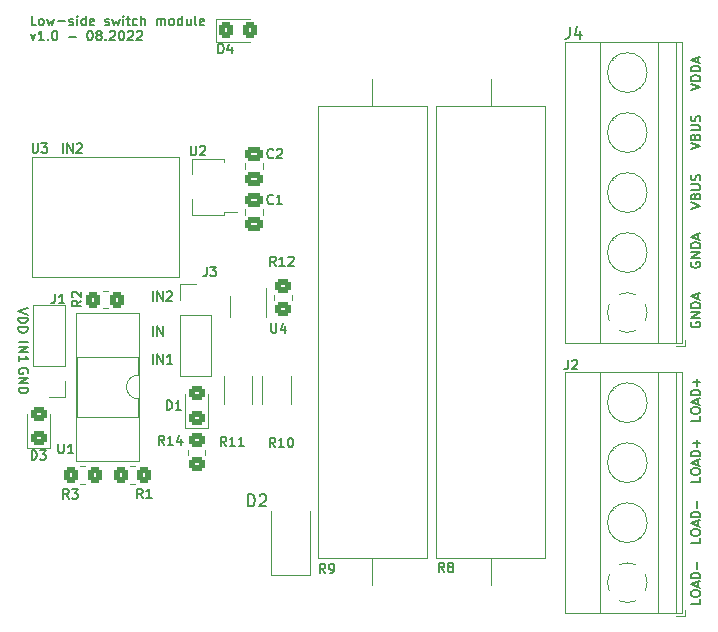
<source format=gto>
G04 #@! TF.GenerationSoftware,KiCad,Pcbnew,(6.0.6)*
G04 #@! TF.CreationDate,2022-08-27T12:11:26+02:00*
G04 #@! TF.ProjectId,switched-load-module,73776974-6368-4656-942d-6c6f61642d6d,rev?*
G04 #@! TF.SameCoordinates,Original*
G04 #@! TF.FileFunction,Legend,Top*
G04 #@! TF.FilePolarity,Positive*
%FSLAX46Y46*%
G04 Gerber Fmt 4.6, Leading zero omitted, Abs format (unit mm)*
G04 Created by KiCad (PCBNEW (6.0.6)) date 2022-08-27 12:11:26*
%MOMM*%
%LPD*%
G01*
G04 APERTURE LIST*
G04 Aperture macros list*
%AMRoundRect*
0 Rectangle with rounded corners*
0 $1 Rounding radius*
0 $2 $3 $4 $5 $6 $7 $8 $9 X,Y pos of 4 corners*
0 Add a 4 corners polygon primitive as box body*
4,1,4,$2,$3,$4,$5,$6,$7,$8,$9,$2,$3,0*
0 Add four circle primitives for the rounded corners*
1,1,$1+$1,$2,$3*
1,1,$1+$1,$4,$5*
1,1,$1+$1,$6,$7*
1,1,$1+$1,$8,$9*
0 Add four rect primitives between the rounded corners*
20,1,$1+$1,$2,$3,$4,$5,0*
20,1,$1+$1,$4,$5,$6,$7,0*
20,1,$1+$1,$6,$7,$8,$9,0*
20,1,$1+$1,$8,$9,$2,$3,0*%
%AMFreePoly0*
4,1,9,3.862500,-0.866500,0.737500,-0.866500,0.737500,-0.450000,-0.737500,-0.450000,-0.737500,0.450000,0.737500,0.450000,0.737500,0.866500,3.862500,0.866500,3.862500,-0.866500,3.862500,-0.866500,$1*%
G04 Aperture macros list end*
%ADD10C,0.200000*%
%ADD11C,0.150000*%
%ADD12C,0.120000*%
%ADD13RoundRect,0.250000X0.450000X-0.350000X0.450000X0.350000X-0.450000X0.350000X-0.450000X-0.350000X0*%
%ADD14R,1.800000X2.500000*%
%ADD15C,1.515000*%
%ADD16RoundRect,0.250000X0.475000X-0.337500X0.475000X0.337500X-0.475000X0.337500X-0.475000X-0.337500X0*%
%ADD17RoundRect,0.250000X-0.475000X0.337500X-0.475000X-0.337500X0.475000X-0.337500X0.475000X0.337500X0*%
%ADD18R,2.600000X2.100000*%
%ADD19R,2.600000X2.600000*%
%ADD20C,2.600000*%
%ADD21RoundRect,0.250000X-0.350000X-0.450000X0.350000X-0.450000X0.350000X0.450000X-0.350000X0.450000X0*%
%ADD22RoundRect,0.250000X0.450000X-0.325000X0.450000X0.325000X-0.450000X0.325000X-0.450000X-0.325000X0*%
%ADD23R,1.700000X1.700000*%
%ADD24O,1.700000X1.700000*%
%ADD25C,2.400000*%
%ADD26O,2.400000X2.400000*%
%ADD27C,3.200000*%
%ADD28RoundRect,0.250000X0.350000X0.450000X-0.350000X0.450000X-0.350000X-0.450000X0.350000X-0.450000X0*%
%ADD29RoundRect,0.250000X-0.325000X-0.450000X0.325000X-0.450000X0.325000X0.450000X-0.325000X0.450000X0*%
%ADD30RoundRect,0.250000X-0.450000X0.350000X-0.450000X-0.350000X0.450000X-0.350000X0.450000X0.350000X0*%
%ADD31R,1.300000X0.900000*%
%ADD32FreePoly0,180.000000*%
%ADD33R,0.650000X2.000000*%
%ADD34R,1.600000X3.100000*%
G04 APERTURE END LIST*
D10*
X96125000Y-65839282D02*
X96086904Y-65915473D01*
X96086904Y-66029759D01*
X96125000Y-66144044D01*
X96201190Y-66220235D01*
X96277380Y-66258330D01*
X96429761Y-66296425D01*
X96544047Y-66296425D01*
X96696428Y-66258330D01*
X96772619Y-66220235D01*
X96848809Y-66144044D01*
X96886904Y-66029759D01*
X96886904Y-65953568D01*
X96848809Y-65839282D01*
X96810714Y-65801187D01*
X96544047Y-65801187D01*
X96544047Y-65953568D01*
X96886904Y-65458330D02*
X96086904Y-65458330D01*
X96886904Y-65001187D01*
X96086904Y-65001187D01*
X96886904Y-64620235D02*
X96086904Y-64620235D01*
X96086904Y-64429759D01*
X96125000Y-64315473D01*
X96201190Y-64239282D01*
X96277380Y-64201187D01*
X96429761Y-64163092D01*
X96544047Y-64163092D01*
X96696428Y-64201187D01*
X96772619Y-64239282D01*
X96848809Y-64315473D01*
X96886904Y-64429759D01*
X96886904Y-64620235D01*
X96658333Y-63858330D02*
X96658333Y-63477378D01*
X96886904Y-63934521D02*
X96086904Y-63667854D01*
X96886904Y-63401187D01*
X40661428Y-45757904D02*
X40280476Y-45757904D01*
X40280476Y-44957904D01*
X41042380Y-45757904D02*
X40966190Y-45719809D01*
X40928095Y-45681714D01*
X40890000Y-45605523D01*
X40890000Y-45376952D01*
X40928095Y-45300761D01*
X40966190Y-45262666D01*
X41042380Y-45224571D01*
X41156666Y-45224571D01*
X41232857Y-45262666D01*
X41270952Y-45300761D01*
X41309047Y-45376952D01*
X41309047Y-45605523D01*
X41270952Y-45681714D01*
X41232857Y-45719809D01*
X41156666Y-45757904D01*
X41042380Y-45757904D01*
X41575714Y-45224571D02*
X41728095Y-45757904D01*
X41880476Y-45376952D01*
X42032857Y-45757904D01*
X42185238Y-45224571D01*
X42490000Y-45453142D02*
X43099523Y-45453142D01*
X43442380Y-45719809D02*
X43518571Y-45757904D01*
X43670952Y-45757904D01*
X43747142Y-45719809D01*
X43785238Y-45643619D01*
X43785238Y-45605523D01*
X43747142Y-45529333D01*
X43670952Y-45491238D01*
X43556666Y-45491238D01*
X43480476Y-45453142D01*
X43442380Y-45376952D01*
X43442380Y-45338857D01*
X43480476Y-45262666D01*
X43556666Y-45224571D01*
X43670952Y-45224571D01*
X43747142Y-45262666D01*
X44128095Y-45757904D02*
X44128095Y-45224571D01*
X44128095Y-44957904D02*
X44090000Y-44996000D01*
X44128095Y-45034095D01*
X44166190Y-44996000D01*
X44128095Y-44957904D01*
X44128095Y-45034095D01*
X44851904Y-45757904D02*
X44851904Y-44957904D01*
X44851904Y-45719809D02*
X44775714Y-45757904D01*
X44623333Y-45757904D01*
X44547142Y-45719809D01*
X44509047Y-45681714D01*
X44470952Y-45605523D01*
X44470952Y-45376952D01*
X44509047Y-45300761D01*
X44547142Y-45262666D01*
X44623333Y-45224571D01*
X44775714Y-45224571D01*
X44851904Y-45262666D01*
X45537619Y-45719809D02*
X45461428Y-45757904D01*
X45309047Y-45757904D01*
X45232857Y-45719809D01*
X45194761Y-45643619D01*
X45194761Y-45338857D01*
X45232857Y-45262666D01*
X45309047Y-45224571D01*
X45461428Y-45224571D01*
X45537619Y-45262666D01*
X45575714Y-45338857D01*
X45575714Y-45415047D01*
X45194761Y-45491238D01*
X46490000Y-45719809D02*
X46566190Y-45757904D01*
X46718571Y-45757904D01*
X46794761Y-45719809D01*
X46832857Y-45643619D01*
X46832857Y-45605523D01*
X46794761Y-45529333D01*
X46718571Y-45491238D01*
X46604285Y-45491238D01*
X46528095Y-45453142D01*
X46490000Y-45376952D01*
X46490000Y-45338857D01*
X46528095Y-45262666D01*
X46604285Y-45224571D01*
X46718571Y-45224571D01*
X46794761Y-45262666D01*
X47099523Y-45224571D02*
X47251904Y-45757904D01*
X47404285Y-45376952D01*
X47556666Y-45757904D01*
X47709047Y-45224571D01*
X48013809Y-45757904D02*
X48013809Y-45224571D01*
X48013809Y-44957904D02*
X47975714Y-44996000D01*
X48013809Y-45034095D01*
X48051904Y-44996000D01*
X48013809Y-44957904D01*
X48013809Y-45034095D01*
X48280476Y-45224571D02*
X48585238Y-45224571D01*
X48394761Y-44957904D02*
X48394761Y-45643619D01*
X48432857Y-45719809D01*
X48509047Y-45757904D01*
X48585238Y-45757904D01*
X49194761Y-45719809D02*
X49118571Y-45757904D01*
X48966190Y-45757904D01*
X48890000Y-45719809D01*
X48851904Y-45681714D01*
X48813809Y-45605523D01*
X48813809Y-45376952D01*
X48851904Y-45300761D01*
X48890000Y-45262666D01*
X48966190Y-45224571D01*
X49118571Y-45224571D01*
X49194761Y-45262666D01*
X49537619Y-45757904D02*
X49537619Y-44957904D01*
X49880476Y-45757904D02*
X49880476Y-45338857D01*
X49842380Y-45262666D01*
X49766190Y-45224571D01*
X49651904Y-45224571D01*
X49575714Y-45262666D01*
X49537619Y-45300761D01*
X50870952Y-45757904D02*
X50870952Y-45224571D01*
X50870952Y-45300761D02*
X50909047Y-45262666D01*
X50985238Y-45224571D01*
X51099523Y-45224571D01*
X51175714Y-45262666D01*
X51213809Y-45338857D01*
X51213809Y-45757904D01*
X51213809Y-45338857D02*
X51251904Y-45262666D01*
X51328095Y-45224571D01*
X51442380Y-45224571D01*
X51518571Y-45262666D01*
X51556666Y-45338857D01*
X51556666Y-45757904D01*
X52051904Y-45757904D02*
X51975714Y-45719809D01*
X51937619Y-45681714D01*
X51899523Y-45605523D01*
X51899523Y-45376952D01*
X51937619Y-45300761D01*
X51975714Y-45262666D01*
X52051904Y-45224571D01*
X52166190Y-45224571D01*
X52242380Y-45262666D01*
X52280476Y-45300761D01*
X52318571Y-45376952D01*
X52318571Y-45605523D01*
X52280476Y-45681714D01*
X52242380Y-45719809D01*
X52166190Y-45757904D01*
X52051904Y-45757904D01*
X53004285Y-45757904D02*
X53004285Y-44957904D01*
X53004285Y-45719809D02*
X52928095Y-45757904D01*
X52775714Y-45757904D01*
X52699523Y-45719809D01*
X52661428Y-45681714D01*
X52623333Y-45605523D01*
X52623333Y-45376952D01*
X52661428Y-45300761D01*
X52699523Y-45262666D01*
X52775714Y-45224571D01*
X52928095Y-45224571D01*
X53004285Y-45262666D01*
X53728095Y-45224571D02*
X53728095Y-45757904D01*
X53385238Y-45224571D02*
X53385238Y-45643619D01*
X53423333Y-45719809D01*
X53499523Y-45757904D01*
X53613809Y-45757904D01*
X53690000Y-45719809D01*
X53728095Y-45681714D01*
X54223333Y-45757904D02*
X54147142Y-45719809D01*
X54109047Y-45643619D01*
X54109047Y-44957904D01*
X54832857Y-45719809D02*
X54756666Y-45757904D01*
X54604285Y-45757904D01*
X54528095Y-45719809D01*
X54490000Y-45643619D01*
X54490000Y-45338857D01*
X54528095Y-45262666D01*
X54604285Y-45224571D01*
X54756666Y-45224571D01*
X54832857Y-45262666D01*
X54870952Y-45338857D01*
X54870952Y-45415047D01*
X54490000Y-45491238D01*
X40204285Y-46512571D02*
X40394761Y-47045904D01*
X40585238Y-46512571D01*
X41309047Y-47045904D02*
X40851904Y-47045904D01*
X41080476Y-47045904D02*
X41080476Y-46245904D01*
X41004285Y-46360190D01*
X40928095Y-46436380D01*
X40851904Y-46474476D01*
X41651904Y-46969714D02*
X41690000Y-47007809D01*
X41651904Y-47045904D01*
X41613809Y-47007809D01*
X41651904Y-46969714D01*
X41651904Y-47045904D01*
X42185238Y-46245904D02*
X42261428Y-46245904D01*
X42337619Y-46284000D01*
X42375714Y-46322095D01*
X42413809Y-46398285D01*
X42451904Y-46550666D01*
X42451904Y-46741142D01*
X42413809Y-46893523D01*
X42375714Y-46969714D01*
X42337619Y-47007809D01*
X42261428Y-47045904D01*
X42185238Y-47045904D01*
X42109047Y-47007809D01*
X42070952Y-46969714D01*
X42032857Y-46893523D01*
X41994761Y-46741142D01*
X41994761Y-46550666D01*
X42032857Y-46398285D01*
X42070952Y-46322095D01*
X42109047Y-46284000D01*
X42185238Y-46245904D01*
X43404285Y-46741142D02*
X44013809Y-46741142D01*
X45156666Y-46245904D02*
X45232857Y-46245904D01*
X45309047Y-46284000D01*
X45347142Y-46322095D01*
X45385238Y-46398285D01*
X45423333Y-46550666D01*
X45423333Y-46741142D01*
X45385238Y-46893523D01*
X45347142Y-46969714D01*
X45309047Y-47007809D01*
X45232857Y-47045904D01*
X45156666Y-47045904D01*
X45080476Y-47007809D01*
X45042380Y-46969714D01*
X45004285Y-46893523D01*
X44966190Y-46741142D01*
X44966190Y-46550666D01*
X45004285Y-46398285D01*
X45042380Y-46322095D01*
X45080476Y-46284000D01*
X45156666Y-46245904D01*
X45880476Y-46588761D02*
X45804285Y-46550666D01*
X45766190Y-46512571D01*
X45728095Y-46436380D01*
X45728095Y-46398285D01*
X45766190Y-46322095D01*
X45804285Y-46284000D01*
X45880476Y-46245904D01*
X46032857Y-46245904D01*
X46109047Y-46284000D01*
X46147142Y-46322095D01*
X46185238Y-46398285D01*
X46185238Y-46436380D01*
X46147142Y-46512571D01*
X46109047Y-46550666D01*
X46032857Y-46588761D01*
X45880476Y-46588761D01*
X45804285Y-46626857D01*
X45766190Y-46664952D01*
X45728095Y-46741142D01*
X45728095Y-46893523D01*
X45766190Y-46969714D01*
X45804285Y-47007809D01*
X45880476Y-47045904D01*
X46032857Y-47045904D01*
X46109047Y-47007809D01*
X46147142Y-46969714D01*
X46185238Y-46893523D01*
X46185238Y-46741142D01*
X46147142Y-46664952D01*
X46109047Y-46626857D01*
X46032857Y-46588761D01*
X46528095Y-46969714D02*
X46566190Y-47007809D01*
X46528095Y-47045904D01*
X46490000Y-47007809D01*
X46528095Y-46969714D01*
X46528095Y-47045904D01*
X46870952Y-46322095D02*
X46909047Y-46284000D01*
X46985238Y-46245904D01*
X47175714Y-46245904D01*
X47251904Y-46284000D01*
X47290000Y-46322095D01*
X47328095Y-46398285D01*
X47328095Y-46474476D01*
X47290000Y-46588761D01*
X46832857Y-47045904D01*
X47328095Y-47045904D01*
X47823333Y-46245904D02*
X47899523Y-46245904D01*
X47975714Y-46284000D01*
X48013809Y-46322095D01*
X48051904Y-46398285D01*
X48090000Y-46550666D01*
X48090000Y-46741142D01*
X48051904Y-46893523D01*
X48013809Y-46969714D01*
X47975714Y-47007809D01*
X47899523Y-47045904D01*
X47823333Y-47045904D01*
X47747142Y-47007809D01*
X47709047Y-46969714D01*
X47670952Y-46893523D01*
X47632857Y-46741142D01*
X47632857Y-46550666D01*
X47670952Y-46398285D01*
X47709047Y-46322095D01*
X47747142Y-46284000D01*
X47823333Y-46245904D01*
X48394761Y-46322095D02*
X48432857Y-46284000D01*
X48509047Y-46245904D01*
X48699523Y-46245904D01*
X48775714Y-46284000D01*
X48813809Y-46322095D01*
X48851904Y-46398285D01*
X48851904Y-46474476D01*
X48813809Y-46588761D01*
X48356666Y-47045904D01*
X48851904Y-47045904D01*
X49156666Y-46322095D02*
X49194761Y-46284000D01*
X49270952Y-46245904D01*
X49461428Y-46245904D01*
X49537619Y-46284000D01*
X49575714Y-46322095D01*
X49613809Y-46398285D01*
X49613809Y-46474476D01*
X49575714Y-46588761D01*
X49118571Y-47045904D01*
X49613809Y-47045904D01*
X96886904Y-89216189D02*
X96886904Y-89597142D01*
X96086904Y-89597142D01*
X96086904Y-88797142D02*
X96086904Y-88644761D01*
X96125000Y-88568570D01*
X96201190Y-88492380D01*
X96353571Y-88454285D01*
X96620238Y-88454285D01*
X96772619Y-88492380D01*
X96848809Y-88568570D01*
X96886904Y-88644761D01*
X96886904Y-88797142D01*
X96848809Y-88873332D01*
X96772619Y-88949523D01*
X96620238Y-88987618D01*
X96353571Y-88987618D01*
X96201190Y-88949523D01*
X96125000Y-88873332D01*
X96086904Y-88797142D01*
X96658333Y-88149523D02*
X96658333Y-87768570D01*
X96886904Y-88225713D02*
X96086904Y-87959046D01*
X96886904Y-87692380D01*
X96886904Y-87425713D02*
X96086904Y-87425713D01*
X96086904Y-87235237D01*
X96125000Y-87120951D01*
X96201190Y-87044761D01*
X96277380Y-87006666D01*
X96429761Y-86968570D01*
X96544047Y-86968570D01*
X96696428Y-87006666D01*
X96772619Y-87044761D01*
X96848809Y-87120951D01*
X96886904Y-87235237D01*
X96886904Y-87425713D01*
X96582142Y-86625713D02*
X96582142Y-86016189D01*
X39950000Y-75240476D02*
X39988095Y-75164285D01*
X39988095Y-75050000D01*
X39950000Y-74935714D01*
X39873809Y-74859523D01*
X39797619Y-74821428D01*
X39645238Y-74783333D01*
X39530952Y-74783333D01*
X39378571Y-74821428D01*
X39302380Y-74859523D01*
X39226190Y-74935714D01*
X39188095Y-75050000D01*
X39188095Y-75126190D01*
X39226190Y-75240476D01*
X39264285Y-75278571D01*
X39530952Y-75278571D01*
X39530952Y-75126190D01*
X39188095Y-75621428D02*
X39988095Y-75621428D01*
X39188095Y-76078571D01*
X39988095Y-76078571D01*
X39188095Y-76459523D02*
X39988095Y-76459523D01*
X39988095Y-76650000D01*
X39950000Y-76764285D01*
X39873809Y-76840476D01*
X39797619Y-76878571D01*
X39645238Y-76916666D01*
X39530952Y-76916666D01*
X39378571Y-76878571D01*
X39302380Y-76840476D01*
X39226190Y-76764285D01*
X39188095Y-76650000D01*
X39188095Y-76459523D01*
X96886904Y-94379523D02*
X96886904Y-94760476D01*
X96086904Y-94760476D01*
X96086904Y-93960476D02*
X96086904Y-93808095D01*
X96125000Y-93731904D01*
X96201190Y-93655714D01*
X96353571Y-93617619D01*
X96620238Y-93617619D01*
X96772619Y-93655714D01*
X96848809Y-93731904D01*
X96886904Y-93808095D01*
X96886904Y-93960476D01*
X96848809Y-94036666D01*
X96772619Y-94112857D01*
X96620238Y-94150952D01*
X96353571Y-94150952D01*
X96201190Y-94112857D01*
X96125000Y-94036666D01*
X96086904Y-93960476D01*
X96658333Y-93312857D02*
X96658333Y-92931904D01*
X96886904Y-93389047D02*
X96086904Y-93122380D01*
X96886904Y-92855714D01*
X96886904Y-92589047D02*
X96086904Y-92589047D01*
X96086904Y-92398571D01*
X96125000Y-92284285D01*
X96201190Y-92208095D01*
X96277380Y-92170000D01*
X96429761Y-92131904D01*
X96544047Y-92131904D01*
X96696428Y-92170000D01*
X96772619Y-92208095D01*
X96848809Y-92284285D01*
X96886904Y-92398571D01*
X96886904Y-92589047D01*
X96582142Y-91789047D02*
X96582142Y-91179523D01*
X96886904Y-84052856D02*
X96886904Y-84433809D01*
X96086904Y-84433809D01*
X96086904Y-83633809D02*
X96086904Y-83481428D01*
X96125000Y-83405237D01*
X96201190Y-83329047D01*
X96353571Y-83290952D01*
X96620238Y-83290952D01*
X96772619Y-83329047D01*
X96848809Y-83405237D01*
X96886904Y-83481428D01*
X96886904Y-83633809D01*
X96848809Y-83709999D01*
X96772619Y-83786190D01*
X96620238Y-83824285D01*
X96353571Y-83824285D01*
X96201190Y-83786190D01*
X96125000Y-83709999D01*
X96086904Y-83633809D01*
X96658333Y-82986190D02*
X96658333Y-82605237D01*
X96886904Y-83062380D02*
X96086904Y-82795713D01*
X96886904Y-82529047D01*
X96886904Y-82262380D02*
X96086904Y-82262380D01*
X96086904Y-82071904D01*
X96125000Y-81957618D01*
X96201190Y-81881428D01*
X96277380Y-81843333D01*
X96429761Y-81805237D01*
X96544047Y-81805237D01*
X96696428Y-81843333D01*
X96772619Y-81881428D01*
X96848809Y-81957618D01*
X96886904Y-82071904D01*
X96886904Y-82262380D01*
X96582142Y-81462380D02*
X96582142Y-80852856D01*
X96886904Y-81157618D02*
X96277380Y-81157618D01*
X42910800Y-56557904D02*
X42910800Y-55757904D01*
X43291752Y-56557904D02*
X43291752Y-55757904D01*
X43748895Y-56557904D01*
X43748895Y-55757904D01*
X44091752Y-55834095D02*
X44129847Y-55796000D01*
X44206038Y-55757904D01*
X44396514Y-55757904D01*
X44472704Y-55796000D01*
X44510800Y-55834095D01*
X44548895Y-55910285D01*
X44548895Y-55986476D01*
X44510800Y-56100761D01*
X44053657Y-56557904D01*
X44548895Y-56557904D01*
X39938095Y-69733333D02*
X39138095Y-70000000D01*
X39938095Y-70266666D01*
X39138095Y-70533333D02*
X39938095Y-70533333D01*
X39938095Y-70723809D01*
X39900000Y-70838095D01*
X39823809Y-70914285D01*
X39747619Y-70952380D01*
X39595238Y-70990476D01*
X39480952Y-70990476D01*
X39328571Y-70952380D01*
X39252380Y-70914285D01*
X39176190Y-70838095D01*
X39138095Y-70723809D01*
X39138095Y-70533333D01*
X39138095Y-71333333D02*
X39938095Y-71333333D01*
X39938095Y-71523809D01*
X39900000Y-71638095D01*
X39823809Y-71714285D01*
X39747619Y-71752380D01*
X39595238Y-71790476D01*
X39480952Y-71790476D01*
X39328571Y-71752380D01*
X39252380Y-71714285D01*
X39176190Y-71638095D01*
X39138095Y-71523809D01*
X39138095Y-71333333D01*
X96086904Y-51259523D02*
X96886904Y-50992857D01*
X96086904Y-50726190D01*
X96886904Y-50459523D02*
X96086904Y-50459523D01*
X96086904Y-50269047D01*
X96125000Y-50154761D01*
X96201190Y-50078571D01*
X96277380Y-50040476D01*
X96429761Y-50002380D01*
X96544047Y-50002380D01*
X96696428Y-50040476D01*
X96772619Y-50078571D01*
X96848809Y-50154761D01*
X96886904Y-50269047D01*
X96886904Y-50459523D01*
X96886904Y-49659523D02*
X96086904Y-49659523D01*
X96086904Y-49469047D01*
X96125000Y-49354761D01*
X96201190Y-49278571D01*
X96277380Y-49240476D01*
X96429761Y-49202380D01*
X96544047Y-49202380D01*
X96696428Y-49240476D01*
X96772619Y-49278571D01*
X96848809Y-49354761D01*
X96886904Y-49469047D01*
X96886904Y-49659523D01*
X96658333Y-48897619D02*
X96658333Y-48516666D01*
X96886904Y-48973809D02*
X96086904Y-48707142D01*
X96886904Y-48440476D01*
X39188095Y-72600000D02*
X39988095Y-72600000D01*
X39188095Y-72980952D02*
X39988095Y-72980952D01*
X39188095Y-73438095D01*
X39988095Y-73438095D01*
X39188095Y-74238095D02*
X39188095Y-73780952D01*
X39188095Y-74009523D02*
X39988095Y-74009523D01*
X39873809Y-73933333D01*
X39797619Y-73857142D01*
X39759523Y-73780952D01*
X96886904Y-78889523D02*
X96886904Y-79270476D01*
X96086904Y-79270476D01*
X96086904Y-78470476D02*
X96086904Y-78318095D01*
X96125000Y-78241904D01*
X96201190Y-78165714D01*
X96353571Y-78127619D01*
X96620238Y-78127619D01*
X96772619Y-78165714D01*
X96848809Y-78241904D01*
X96886904Y-78318095D01*
X96886904Y-78470476D01*
X96848809Y-78546666D01*
X96772619Y-78622857D01*
X96620238Y-78660952D01*
X96353571Y-78660952D01*
X96201190Y-78622857D01*
X96125000Y-78546666D01*
X96086904Y-78470476D01*
X96658333Y-77822857D02*
X96658333Y-77441904D01*
X96886904Y-77899047D02*
X96086904Y-77632380D01*
X96886904Y-77365714D01*
X96886904Y-77099047D02*
X96086904Y-77099047D01*
X96086904Y-76908571D01*
X96125000Y-76794285D01*
X96201190Y-76718095D01*
X96277380Y-76680000D01*
X96429761Y-76641904D01*
X96544047Y-76641904D01*
X96696428Y-76680000D01*
X96772619Y-76718095D01*
X96848809Y-76794285D01*
X96886904Y-76908571D01*
X96886904Y-77099047D01*
X96582142Y-76299047D02*
X96582142Y-75689523D01*
X96886904Y-75994285D02*
X96277380Y-75994285D01*
X50530800Y-74414104D02*
X50530800Y-73614104D01*
X50911752Y-74414104D02*
X50911752Y-73614104D01*
X51368895Y-74414104D01*
X51368895Y-73614104D01*
X52168895Y-74414104D02*
X51711752Y-74414104D01*
X51940323Y-74414104D02*
X51940323Y-73614104D01*
X51864133Y-73728390D01*
X51787942Y-73804580D01*
X51711752Y-73842676D01*
X50530800Y-72077304D02*
X50530800Y-71277304D01*
X50911752Y-72077304D02*
X50911752Y-71277304D01*
X51368895Y-72077304D01*
X51368895Y-71277304D01*
X96086904Y-56284522D02*
X96886904Y-56017856D01*
X96086904Y-55751189D01*
X96467857Y-55217856D02*
X96505952Y-55103570D01*
X96544047Y-55065475D01*
X96620238Y-55027379D01*
X96734523Y-55027379D01*
X96810714Y-55065475D01*
X96848809Y-55103570D01*
X96886904Y-55179760D01*
X96886904Y-55484522D01*
X96086904Y-55484522D01*
X96086904Y-55217856D01*
X96125000Y-55141665D01*
X96163095Y-55103570D01*
X96239285Y-55065475D01*
X96315476Y-55065475D01*
X96391666Y-55103570D01*
X96429761Y-55141665D01*
X96467857Y-55217856D01*
X96467857Y-55484522D01*
X96086904Y-54684522D02*
X96734523Y-54684522D01*
X96810714Y-54646427D01*
X96848809Y-54608332D01*
X96886904Y-54532141D01*
X96886904Y-54379760D01*
X96848809Y-54303570D01*
X96810714Y-54265475D01*
X96734523Y-54227379D01*
X96086904Y-54227379D01*
X96848809Y-53884522D02*
X96886904Y-53770236D01*
X96886904Y-53579760D01*
X96848809Y-53503570D01*
X96810714Y-53465475D01*
X96734523Y-53427379D01*
X96658333Y-53427379D01*
X96582142Y-53465475D01*
X96544047Y-53503570D01*
X96505952Y-53579760D01*
X96467857Y-53732141D01*
X96429761Y-53808332D01*
X96391666Y-53846427D01*
X96315476Y-53884522D01*
X96239285Y-53884522D01*
X96163095Y-53846427D01*
X96125000Y-53808332D01*
X96086904Y-53732141D01*
X96086904Y-53541665D01*
X96125000Y-53427379D01*
X96086904Y-61309521D02*
X96886904Y-61042855D01*
X96086904Y-60776188D01*
X96467857Y-60242855D02*
X96505952Y-60128569D01*
X96544047Y-60090474D01*
X96620238Y-60052378D01*
X96734523Y-60052378D01*
X96810714Y-60090474D01*
X96848809Y-60128569D01*
X96886904Y-60204759D01*
X96886904Y-60509521D01*
X96086904Y-60509521D01*
X96086904Y-60242855D01*
X96125000Y-60166664D01*
X96163095Y-60128569D01*
X96239285Y-60090474D01*
X96315476Y-60090474D01*
X96391666Y-60128569D01*
X96429761Y-60166664D01*
X96467857Y-60242855D01*
X96467857Y-60509521D01*
X96086904Y-59709521D02*
X96734523Y-59709521D01*
X96810714Y-59671426D01*
X96848809Y-59633331D01*
X96886904Y-59557140D01*
X96886904Y-59404759D01*
X96848809Y-59328569D01*
X96810714Y-59290474D01*
X96734523Y-59252378D01*
X96086904Y-59252378D01*
X96848809Y-58909521D02*
X96886904Y-58795235D01*
X96886904Y-58604759D01*
X96848809Y-58528569D01*
X96810714Y-58490474D01*
X96734523Y-58452378D01*
X96658333Y-58452378D01*
X96582142Y-58490474D01*
X96544047Y-58528569D01*
X96505952Y-58604759D01*
X96467857Y-58757140D01*
X96429761Y-58833331D01*
X96391666Y-58871426D01*
X96315476Y-58909521D01*
X96239285Y-58909521D01*
X96163095Y-58871426D01*
X96125000Y-58833331D01*
X96086904Y-58757140D01*
X96086904Y-58566664D01*
X96125000Y-58452378D01*
X50530800Y-69105504D02*
X50530800Y-68305504D01*
X50911752Y-69105504D02*
X50911752Y-68305504D01*
X51368895Y-69105504D01*
X51368895Y-68305504D01*
X51711752Y-68381695D02*
X51749847Y-68343600D01*
X51826038Y-68305504D01*
X52016514Y-68305504D01*
X52092704Y-68343600D01*
X52130800Y-68381695D01*
X52168895Y-68457885D01*
X52168895Y-68534076D01*
X52130800Y-68648361D01*
X51673657Y-69105504D01*
X52168895Y-69105504D01*
X96125000Y-70902380D02*
X96086904Y-70978571D01*
X96086904Y-71092857D01*
X96125000Y-71207142D01*
X96201190Y-71283333D01*
X96277380Y-71321428D01*
X96429761Y-71359523D01*
X96544047Y-71359523D01*
X96696428Y-71321428D01*
X96772619Y-71283333D01*
X96848809Y-71207142D01*
X96886904Y-71092857D01*
X96886904Y-71016666D01*
X96848809Y-70902380D01*
X96810714Y-70864285D01*
X96544047Y-70864285D01*
X96544047Y-71016666D01*
X96886904Y-70521428D02*
X96086904Y-70521428D01*
X96886904Y-70064285D01*
X96086904Y-70064285D01*
X96886904Y-69683333D02*
X96086904Y-69683333D01*
X96086904Y-69492857D01*
X96125000Y-69378571D01*
X96201190Y-69302380D01*
X96277380Y-69264285D01*
X96429761Y-69226190D01*
X96544047Y-69226190D01*
X96696428Y-69264285D01*
X96772619Y-69302380D01*
X96848809Y-69378571D01*
X96886904Y-69492857D01*
X96886904Y-69683333D01*
X96658333Y-68921428D02*
X96658333Y-68540476D01*
X96886904Y-68997619D02*
X96086904Y-68730952D01*
X96886904Y-68464285D01*
D11*
X60935714Y-66161904D02*
X60669047Y-65780952D01*
X60478571Y-66161904D02*
X60478571Y-65361904D01*
X60783333Y-65361904D01*
X60859523Y-65400000D01*
X60897619Y-65438095D01*
X60935714Y-65514285D01*
X60935714Y-65628571D01*
X60897619Y-65704761D01*
X60859523Y-65742857D01*
X60783333Y-65780952D01*
X60478571Y-65780952D01*
X61697619Y-66161904D02*
X61240476Y-66161904D01*
X61469047Y-66161904D02*
X61469047Y-65361904D01*
X61392857Y-65476190D01*
X61316666Y-65552380D01*
X61240476Y-65590476D01*
X62002380Y-65438095D02*
X62040476Y-65400000D01*
X62116666Y-65361904D01*
X62307142Y-65361904D01*
X62383333Y-65400000D01*
X62421428Y-65438095D01*
X62459523Y-65514285D01*
X62459523Y-65590476D01*
X62421428Y-65704761D01*
X61964285Y-66161904D01*
X62459523Y-66161904D01*
X58611904Y-86502380D02*
X58611904Y-85502380D01*
X58850000Y-85502380D01*
X58992857Y-85550000D01*
X59088095Y-85645238D01*
X59135714Y-85740476D01*
X59183333Y-85930952D01*
X59183333Y-86073809D01*
X59135714Y-86264285D01*
X59088095Y-86359523D01*
X58992857Y-86454761D01*
X58850000Y-86502380D01*
X58611904Y-86502380D01*
X59564285Y-85597619D02*
X59611904Y-85550000D01*
X59707142Y-85502380D01*
X59945238Y-85502380D01*
X60040476Y-85550000D01*
X60088095Y-85597619D01*
X60135714Y-85692857D01*
X60135714Y-85788095D01*
X60088095Y-85930952D01*
X59516666Y-86502380D01*
X60135714Y-86502380D01*
X40340476Y-55761904D02*
X40340476Y-56409523D01*
X40378571Y-56485714D01*
X40416666Y-56523809D01*
X40492857Y-56561904D01*
X40645238Y-56561904D01*
X40721428Y-56523809D01*
X40759523Y-56485714D01*
X40797619Y-56409523D01*
X40797619Y-55761904D01*
X41102380Y-55761904D02*
X41597619Y-55761904D01*
X41330952Y-56066666D01*
X41445238Y-56066666D01*
X41521428Y-56104761D01*
X41559523Y-56142857D01*
X41597619Y-56219047D01*
X41597619Y-56409523D01*
X41559523Y-56485714D01*
X41521428Y-56523809D01*
X41445238Y-56561904D01*
X41216666Y-56561904D01*
X41140476Y-56523809D01*
X41102380Y-56485714D01*
X60699166Y-56965714D02*
X60661071Y-57003809D01*
X60546785Y-57041904D01*
X60470595Y-57041904D01*
X60356309Y-57003809D01*
X60280119Y-56927619D01*
X60242023Y-56851428D01*
X60203928Y-56699047D01*
X60203928Y-56584761D01*
X60242023Y-56432380D01*
X60280119Y-56356190D01*
X60356309Y-56280000D01*
X60470595Y-56241904D01*
X60546785Y-56241904D01*
X60661071Y-56280000D01*
X60699166Y-56318095D01*
X61003928Y-56318095D02*
X61042023Y-56280000D01*
X61118214Y-56241904D01*
X61308690Y-56241904D01*
X61384880Y-56280000D01*
X61422976Y-56318095D01*
X61461071Y-56394285D01*
X61461071Y-56470476D01*
X61422976Y-56584761D01*
X60965833Y-57041904D01*
X61461071Y-57041904D01*
X60704166Y-60835714D02*
X60666071Y-60873809D01*
X60551785Y-60911904D01*
X60475595Y-60911904D01*
X60361309Y-60873809D01*
X60285119Y-60797619D01*
X60247023Y-60721428D01*
X60208928Y-60569047D01*
X60208928Y-60454761D01*
X60247023Y-60302380D01*
X60285119Y-60226190D01*
X60361309Y-60150000D01*
X60475595Y-60111904D01*
X60551785Y-60111904D01*
X60666071Y-60150000D01*
X60704166Y-60188095D01*
X61466071Y-60911904D02*
X61008928Y-60911904D01*
X61237500Y-60911904D02*
X61237500Y-60111904D01*
X61161309Y-60226190D01*
X61085119Y-60302380D01*
X61008928Y-60340476D01*
X56735714Y-81399404D02*
X56469047Y-81018452D01*
X56278571Y-81399404D02*
X56278571Y-80599404D01*
X56583333Y-80599404D01*
X56659523Y-80637500D01*
X56697619Y-80675595D01*
X56735714Y-80751785D01*
X56735714Y-80866071D01*
X56697619Y-80942261D01*
X56659523Y-80980357D01*
X56583333Y-81018452D01*
X56278571Y-81018452D01*
X57497619Y-81399404D02*
X57040476Y-81399404D01*
X57269047Y-81399404D02*
X57269047Y-80599404D01*
X57192857Y-80713690D01*
X57116666Y-80789880D01*
X57040476Y-80827976D01*
X58259523Y-81399404D02*
X57802380Y-81399404D01*
X58030952Y-81399404D02*
X58030952Y-80599404D01*
X57954761Y-80713690D01*
X57878571Y-80789880D01*
X57802380Y-80827976D01*
X85683333Y-74111904D02*
X85683333Y-74683333D01*
X85645238Y-74797619D01*
X85569047Y-74873809D01*
X85454761Y-74911904D01*
X85378571Y-74911904D01*
X86026190Y-74188095D02*
X86064285Y-74150000D01*
X86140476Y-74111904D01*
X86330952Y-74111904D01*
X86407142Y-74150000D01*
X86445238Y-74188095D01*
X86483333Y-74264285D01*
X86483333Y-74340476D01*
X86445238Y-74454761D01*
X85988095Y-74911904D01*
X86483333Y-74911904D01*
X44461904Y-69083333D02*
X44080952Y-69350000D01*
X44461904Y-69540476D02*
X43661904Y-69540476D01*
X43661904Y-69235714D01*
X43700000Y-69159523D01*
X43738095Y-69121428D01*
X43814285Y-69083333D01*
X43928571Y-69083333D01*
X44004761Y-69121428D01*
X44042857Y-69159523D01*
X44080952Y-69235714D01*
X44080952Y-69540476D01*
X43738095Y-68778571D02*
X43700000Y-68740476D01*
X43661904Y-68664285D01*
X43661904Y-68473809D01*
X43700000Y-68397619D01*
X43738095Y-68359523D01*
X43814285Y-68321428D01*
X43890476Y-68321428D01*
X44004761Y-68359523D01*
X44461904Y-68816666D01*
X44461904Y-68321428D01*
X51709523Y-78336904D02*
X51709523Y-77536904D01*
X51900000Y-77536904D01*
X52014285Y-77575000D01*
X52090476Y-77651190D01*
X52128571Y-77727380D01*
X52166666Y-77879761D01*
X52166666Y-77994047D01*
X52128571Y-78146428D01*
X52090476Y-78222619D01*
X52014285Y-78298809D01*
X51900000Y-78336904D01*
X51709523Y-78336904D01*
X52928571Y-78336904D02*
X52471428Y-78336904D01*
X52700000Y-78336904D02*
X52700000Y-77536904D01*
X52623809Y-77651190D01*
X52547619Y-77727380D01*
X52471428Y-77765476D01*
X55102733Y-66222704D02*
X55102733Y-66794133D01*
X55064638Y-66908419D01*
X54988447Y-66984609D01*
X54874161Y-67022704D01*
X54797971Y-67022704D01*
X55407495Y-66222704D02*
X55902733Y-66222704D01*
X55636066Y-66527466D01*
X55750352Y-66527466D01*
X55826542Y-66565561D01*
X55864638Y-66603657D01*
X55902733Y-66679847D01*
X55902733Y-66870323D01*
X55864638Y-66946514D01*
X55826542Y-66984609D01*
X55750352Y-67022704D01*
X55521780Y-67022704D01*
X55445590Y-66984609D01*
X55407495Y-66946514D01*
X75216666Y-92061904D02*
X74950000Y-91680952D01*
X74759523Y-92061904D02*
X74759523Y-91261904D01*
X75064285Y-91261904D01*
X75140476Y-91300000D01*
X75178571Y-91338095D01*
X75216666Y-91414285D01*
X75216666Y-91528571D01*
X75178571Y-91604761D01*
X75140476Y-91642857D01*
X75064285Y-91680952D01*
X74759523Y-91680952D01*
X75673809Y-91604761D02*
X75597619Y-91566666D01*
X75559523Y-91528571D01*
X75521428Y-91452380D01*
X75521428Y-91414285D01*
X75559523Y-91338095D01*
X75597619Y-91300000D01*
X75673809Y-91261904D01*
X75826190Y-91261904D01*
X75902380Y-91300000D01*
X75940476Y-91338095D01*
X75978571Y-91414285D01*
X75978571Y-91452380D01*
X75940476Y-91528571D01*
X75902380Y-91566666D01*
X75826190Y-91604761D01*
X75673809Y-91604761D01*
X75597619Y-91642857D01*
X75559523Y-91680952D01*
X75521428Y-91757142D01*
X75521428Y-91909523D01*
X75559523Y-91985714D01*
X75597619Y-92023809D01*
X75673809Y-92061904D01*
X75826190Y-92061904D01*
X75902380Y-92023809D01*
X75940476Y-91985714D01*
X75978571Y-91909523D01*
X75978571Y-91757142D01*
X75940476Y-91680952D01*
X75902380Y-91642857D01*
X75826190Y-91604761D01*
X60885714Y-81499404D02*
X60619047Y-81118452D01*
X60428571Y-81499404D02*
X60428571Y-80699404D01*
X60733333Y-80699404D01*
X60809523Y-80737500D01*
X60847619Y-80775595D01*
X60885714Y-80851785D01*
X60885714Y-80966071D01*
X60847619Y-81042261D01*
X60809523Y-81080357D01*
X60733333Y-81118452D01*
X60428571Y-81118452D01*
X61647619Y-81499404D02*
X61190476Y-81499404D01*
X61419047Y-81499404D02*
X61419047Y-80699404D01*
X61342857Y-80813690D01*
X61266666Y-80889880D01*
X61190476Y-80927976D01*
X62142857Y-80699404D02*
X62219047Y-80699404D01*
X62295238Y-80737500D01*
X62333333Y-80775595D01*
X62371428Y-80851785D01*
X62409523Y-81004166D01*
X62409523Y-81194642D01*
X62371428Y-81347023D01*
X62333333Y-81423214D01*
X62295238Y-81461309D01*
X62219047Y-81499404D01*
X62142857Y-81499404D01*
X62066666Y-81461309D01*
X62028571Y-81423214D01*
X61990476Y-81347023D01*
X61952380Y-81194642D01*
X61952380Y-81004166D01*
X61990476Y-80851785D01*
X62028571Y-80775595D01*
X62066666Y-80737500D01*
X62142857Y-80699404D01*
X49666666Y-85811904D02*
X49400000Y-85430952D01*
X49209523Y-85811904D02*
X49209523Y-85011904D01*
X49514285Y-85011904D01*
X49590476Y-85050000D01*
X49628571Y-85088095D01*
X49666666Y-85164285D01*
X49666666Y-85278571D01*
X49628571Y-85354761D01*
X49590476Y-85392857D01*
X49514285Y-85430952D01*
X49209523Y-85430952D01*
X50428571Y-85811904D02*
X49971428Y-85811904D01*
X50200000Y-85811904D02*
X50200000Y-85011904D01*
X50123809Y-85126190D01*
X50047619Y-85202380D01*
X49971428Y-85240476D01*
X56059523Y-48161904D02*
X56059523Y-47361904D01*
X56250000Y-47361904D01*
X56364285Y-47400000D01*
X56440476Y-47476190D01*
X56478571Y-47552380D01*
X56516666Y-47704761D01*
X56516666Y-47819047D01*
X56478571Y-47971428D01*
X56440476Y-48047619D01*
X56364285Y-48123809D01*
X56250000Y-48161904D01*
X56059523Y-48161904D01*
X57202380Y-47628571D02*
X57202380Y-48161904D01*
X57011904Y-47323809D02*
X56821428Y-47895238D01*
X57316666Y-47895238D01*
X42233333Y-68511904D02*
X42233333Y-69083333D01*
X42195238Y-69197619D01*
X42119047Y-69273809D01*
X42004761Y-69311904D01*
X41928571Y-69311904D01*
X43033333Y-69311904D02*
X42576190Y-69311904D01*
X42804761Y-69311904D02*
X42804761Y-68511904D01*
X42728571Y-68626190D01*
X42652380Y-68702380D01*
X42576190Y-68740476D01*
X40259523Y-82561904D02*
X40259523Y-81761904D01*
X40450000Y-81761904D01*
X40564285Y-81800000D01*
X40640476Y-81876190D01*
X40678571Y-81952380D01*
X40716666Y-82104761D01*
X40716666Y-82219047D01*
X40678571Y-82371428D01*
X40640476Y-82447619D01*
X40564285Y-82523809D01*
X40450000Y-82561904D01*
X40259523Y-82561904D01*
X40983333Y-81761904D02*
X41478571Y-81761904D01*
X41211904Y-82066666D01*
X41326190Y-82066666D01*
X41402380Y-82104761D01*
X41440476Y-82142857D01*
X41478571Y-82219047D01*
X41478571Y-82409523D01*
X41440476Y-82485714D01*
X41402380Y-82523809D01*
X41326190Y-82561904D01*
X41097619Y-82561904D01*
X41021428Y-82523809D01*
X40983333Y-82485714D01*
X65116666Y-92161904D02*
X64850000Y-91780952D01*
X64659523Y-92161904D02*
X64659523Y-91361904D01*
X64964285Y-91361904D01*
X65040476Y-91400000D01*
X65078571Y-91438095D01*
X65116666Y-91514285D01*
X65116666Y-91628571D01*
X65078571Y-91704761D01*
X65040476Y-91742857D01*
X64964285Y-91780952D01*
X64659523Y-91780952D01*
X65497619Y-92161904D02*
X65650000Y-92161904D01*
X65726190Y-92123809D01*
X65764285Y-92085714D01*
X65840476Y-91971428D01*
X65878571Y-91819047D01*
X65878571Y-91514285D01*
X65840476Y-91438095D01*
X65802380Y-91400000D01*
X65726190Y-91361904D01*
X65573809Y-91361904D01*
X65497619Y-91400000D01*
X65459523Y-91438095D01*
X65421428Y-91514285D01*
X65421428Y-91704761D01*
X65459523Y-91780952D01*
X65497619Y-91819047D01*
X65573809Y-91857142D01*
X65726190Y-91857142D01*
X65802380Y-91819047D01*
X65840476Y-91780952D01*
X65878571Y-91704761D01*
X85816666Y-45902380D02*
X85816666Y-46616666D01*
X85769047Y-46759523D01*
X85673809Y-46854761D01*
X85530952Y-46902380D01*
X85435714Y-46902380D01*
X86721428Y-46235714D02*
X86721428Y-46902380D01*
X86483333Y-45854761D02*
X86245238Y-46569047D01*
X86864285Y-46569047D01*
X43416666Y-85861904D02*
X43150000Y-85480952D01*
X42959523Y-85861904D02*
X42959523Y-85061904D01*
X43264285Y-85061904D01*
X43340476Y-85100000D01*
X43378571Y-85138095D01*
X43416666Y-85214285D01*
X43416666Y-85328571D01*
X43378571Y-85404761D01*
X43340476Y-85442857D01*
X43264285Y-85480952D01*
X42959523Y-85480952D01*
X43683333Y-85061904D02*
X44178571Y-85061904D01*
X43911904Y-85366666D01*
X44026190Y-85366666D01*
X44102380Y-85404761D01*
X44140476Y-85442857D01*
X44178571Y-85519047D01*
X44178571Y-85709523D01*
X44140476Y-85785714D01*
X44102380Y-85823809D01*
X44026190Y-85861904D01*
X43797619Y-85861904D01*
X43721428Y-85823809D01*
X43683333Y-85785714D01*
X51485714Y-81311904D02*
X51219047Y-80930952D01*
X51028571Y-81311904D02*
X51028571Y-80511904D01*
X51333333Y-80511904D01*
X51409523Y-80550000D01*
X51447619Y-80588095D01*
X51485714Y-80664285D01*
X51485714Y-80778571D01*
X51447619Y-80854761D01*
X51409523Y-80892857D01*
X51333333Y-80930952D01*
X51028571Y-80930952D01*
X52247619Y-81311904D02*
X51790476Y-81311904D01*
X52019047Y-81311904D02*
X52019047Y-80511904D01*
X51942857Y-80626190D01*
X51866666Y-80702380D01*
X51790476Y-80740476D01*
X52933333Y-80778571D02*
X52933333Y-81311904D01*
X52742857Y-80473809D02*
X52552380Y-81045238D01*
X53047619Y-81045238D01*
X53722976Y-55991904D02*
X53722976Y-56639523D01*
X53761071Y-56715714D01*
X53799166Y-56753809D01*
X53875357Y-56791904D01*
X54027738Y-56791904D01*
X54103928Y-56753809D01*
X54142023Y-56715714D01*
X54180119Y-56639523D01*
X54180119Y-55991904D01*
X54522976Y-56068095D02*
X54561071Y-56030000D01*
X54637261Y-55991904D01*
X54827738Y-55991904D01*
X54903928Y-56030000D01*
X54942023Y-56068095D01*
X54980119Y-56144285D01*
X54980119Y-56220476D01*
X54942023Y-56334761D01*
X54484880Y-56791904D01*
X54980119Y-56791904D01*
X60540476Y-71011904D02*
X60540476Y-71659523D01*
X60578571Y-71735714D01*
X60616666Y-71773809D01*
X60692857Y-71811904D01*
X60845238Y-71811904D01*
X60921428Y-71773809D01*
X60959523Y-71735714D01*
X60997619Y-71659523D01*
X60997619Y-71011904D01*
X61721428Y-71278571D02*
X61721428Y-71811904D01*
X61530952Y-70973809D02*
X61340476Y-71545238D01*
X61835714Y-71545238D01*
X42540476Y-81211904D02*
X42540476Y-81859523D01*
X42578571Y-81935714D01*
X42616666Y-81973809D01*
X42692857Y-82011904D01*
X42845238Y-82011904D01*
X42921428Y-81973809D01*
X42959523Y-81935714D01*
X42997619Y-81859523D01*
X42997619Y-81211904D01*
X43797619Y-82011904D02*
X43340476Y-82011904D01*
X43569047Y-82011904D02*
X43569047Y-81211904D01*
X43492857Y-81326190D01*
X43416666Y-81402380D01*
X43340476Y-81440476D01*
D12*
X60815000Y-69064564D02*
X60815000Y-68610436D01*
X62285000Y-69064564D02*
X62285000Y-68610436D01*
X60500000Y-92300000D02*
X60500000Y-86900000D01*
X63800000Y-92300000D02*
X63800000Y-86900000D01*
X60500000Y-92300000D02*
X63800000Y-92300000D01*
X40332000Y-67050000D02*
X52778000Y-67050000D01*
X52778000Y-56890000D02*
X40332000Y-56890000D01*
X52778000Y-67050000D02*
X52778000Y-56890000D01*
X40332000Y-56890000D02*
X40332000Y-67050000D01*
X59822500Y-57973752D02*
X59822500Y-57451248D01*
X58352500Y-57973752D02*
X58352500Y-57451248D01*
X59822500Y-61338748D02*
X59822500Y-61861252D01*
X58352500Y-61338748D02*
X58352500Y-61861252D01*
X58950000Y-75450000D02*
X58950000Y-77850000D01*
X56550000Y-75450000D02*
X56550000Y-77850000D01*
X89636000Y-76455000D02*
X89682000Y-76502000D01*
X89636000Y-86615000D02*
X89682000Y-86662000D01*
X91944000Y-78764000D02*
X91979000Y-78799000D01*
X89636000Y-81535000D02*
X89682000Y-81582000D01*
X95365000Y-95570000D02*
X95365000Y-75130000D01*
X91944000Y-83844000D02*
X91979000Y-83879000D01*
X85444000Y-95570000D02*
X85444000Y-75130000D01*
X95605000Y-95810000D02*
X95605000Y-95310000D01*
X91728000Y-78957000D02*
X91774000Y-79004000D01*
X94865000Y-95810000D02*
X95605000Y-95810000D01*
X85444000Y-95570000D02*
X95365000Y-95570000D01*
X89430000Y-81740000D02*
X89466000Y-81775000D01*
X85444000Y-75130000D02*
X95365000Y-75130000D01*
X94805000Y-95570000D02*
X94805000Y-75130000D01*
X91944000Y-88924000D02*
X91979000Y-88959000D01*
X93305000Y-95570000D02*
X93305000Y-75130000D01*
X91728000Y-84037000D02*
X91774000Y-84084000D01*
X89430000Y-76660000D02*
X89466000Y-76695000D01*
X89430000Y-86820000D02*
X89466000Y-86855000D01*
X88404000Y-95570000D02*
X88404000Y-75130000D01*
X91728000Y-89117000D02*
X91774000Y-89164000D01*
X90021000Y-94505000D02*
G75*
G03*
X91388042Y-94505427I684001J1534993D01*
G01*
X89170000Y-92286000D02*
G75*
G03*
X89169573Y-93653042I1534993J-684001D01*
G01*
X92385000Y-92970000D02*
G75*
G03*
X92239756Y-92286682I-1680000J0D01*
G01*
X91389000Y-91434999D02*
G75*
G03*
X90021958Y-91434573I-684000J-1535001D01*
G01*
X92240000Y-93654000D02*
G75*
G03*
X92385253Y-92941195I-1535001J683999D01*
G01*
X92385000Y-87890000D02*
G75*
G03*
X92385000Y-87890000I-1680000J0D01*
G01*
X92385000Y-77730000D02*
G75*
G03*
X92385000Y-77730000I-1680000J0D01*
G01*
X92385000Y-82810000D02*
G75*
G03*
X92385000Y-82810000I-1680000J0D01*
G01*
X46272936Y-69735000D02*
X46727064Y-69735000D01*
X46272936Y-68265000D02*
X46727064Y-68265000D01*
X53290000Y-79835000D02*
X55210000Y-79835000D01*
X55210000Y-79835000D02*
X55210000Y-76975000D01*
X53290000Y-76975000D02*
X53290000Y-79835000D01*
X52820000Y-67695000D02*
X54150000Y-67695000D01*
X52820000Y-70295000D02*
X55480000Y-70295000D01*
X52820000Y-69025000D02*
X52820000Y-67695000D01*
X52820000Y-75435000D02*
X55480000Y-75435000D01*
X55480000Y-70295000D02*
X55480000Y-75435000D01*
X52820000Y-70295000D02*
X52820000Y-75435000D01*
X79150000Y-50320000D02*
X79150000Y-52620000D01*
X74530000Y-90860000D02*
X83770000Y-90860000D01*
X74530000Y-52620000D02*
X74530000Y-90860000D01*
X79150000Y-93160000D02*
X79150000Y-90860000D01*
X83770000Y-90860000D02*
X83770000Y-52620000D01*
X83770000Y-52620000D02*
X74530000Y-52620000D01*
X59800000Y-77850000D02*
X59800000Y-75450000D01*
X62200000Y-77850000D02*
X62200000Y-75450000D01*
X49027064Y-83115000D02*
X48572936Y-83115000D01*
X49027064Y-84585000D02*
X48572936Y-84585000D01*
X58750000Y-45240000D02*
X55890000Y-45240000D01*
X55890000Y-47160000D02*
X58750000Y-47160000D01*
X55890000Y-45240000D02*
X55890000Y-47160000D01*
X40425000Y-74625000D02*
X40425000Y-69485000D01*
X43085000Y-75895000D02*
X43085000Y-77225000D01*
X43085000Y-77225000D02*
X41755000Y-77225000D01*
X43085000Y-74625000D02*
X43085000Y-69485000D01*
X43085000Y-69485000D02*
X40425000Y-69485000D01*
X43085000Y-74625000D02*
X40425000Y-74625000D01*
X39890000Y-81560000D02*
X41810000Y-81560000D01*
X39890000Y-78700000D02*
X39890000Y-81560000D01*
X41810000Y-81560000D02*
X41810000Y-78700000D01*
X73720000Y-90870000D02*
X73720000Y-52630000D01*
X64480000Y-52630000D02*
X64480000Y-90870000D01*
X64480000Y-90870000D02*
X73720000Y-90870000D01*
X69100000Y-50330000D02*
X69100000Y-52630000D01*
X69100000Y-93170000D02*
X69100000Y-90870000D01*
X73720000Y-52630000D02*
X64480000Y-52630000D01*
X89631000Y-53585000D02*
X89677000Y-53632000D01*
X93300000Y-72700000D02*
X93300000Y-47180000D01*
X91939000Y-60974000D02*
X91974000Y-61009000D01*
X91939000Y-55894000D02*
X91974000Y-55929000D01*
X88399000Y-72700000D02*
X88399000Y-47180000D01*
X85439000Y-72700000D02*
X85439000Y-47180000D01*
X89425000Y-48710000D02*
X89461000Y-48745000D01*
X91723000Y-61167000D02*
X91769000Y-61214000D01*
X89631000Y-48505000D02*
X89677000Y-48552000D01*
X91723000Y-51007000D02*
X91769000Y-51054000D01*
X89631000Y-58665000D02*
X89677000Y-58712000D01*
X94860000Y-72940000D02*
X95600000Y-72940000D01*
X89425000Y-53790000D02*
X89461000Y-53825000D01*
X91723000Y-66247000D02*
X91769000Y-66294000D01*
X95600000Y-72940000D02*
X95600000Y-72440000D01*
X89425000Y-63950000D02*
X89461000Y-63985000D01*
X89425000Y-58870000D02*
X89461000Y-58905000D01*
X85439000Y-47180000D02*
X95360000Y-47180000D01*
X91939000Y-66054000D02*
X91974000Y-66089000D01*
X85439000Y-72700000D02*
X95360000Y-72700000D01*
X91939000Y-50814000D02*
X91974000Y-50849000D01*
X94800000Y-72700000D02*
X94800000Y-47180000D01*
X89631000Y-63745000D02*
X89677000Y-63792000D01*
X91723000Y-56087000D02*
X91769000Y-56134000D01*
X95360000Y-72700000D02*
X95360000Y-47180000D01*
X89165000Y-69416000D02*
G75*
G03*
X89164573Y-70783042I1534993J-684001D01*
G01*
X92235000Y-70784000D02*
G75*
G03*
X92380253Y-70071195I-1535001J683999D01*
G01*
X91384000Y-68564999D02*
G75*
G03*
X90016958Y-68564573I-684000J-1535001D01*
G01*
X92380000Y-70100000D02*
G75*
G03*
X92234756Y-69416682I-1680000J0D01*
G01*
X90016000Y-71635000D02*
G75*
G03*
X91383042Y-71635427I684001J1534993D01*
G01*
X92380000Y-54860000D02*
G75*
G03*
X92380000Y-54860000I-1680000J0D01*
G01*
X92380000Y-65020000D02*
G75*
G03*
X92380000Y-65020000I-1680000J0D01*
G01*
X92380000Y-59940000D02*
G75*
G03*
X92380000Y-59940000I-1680000J0D01*
G01*
X92380000Y-49780000D02*
G75*
G03*
X92380000Y-49780000I-1680000J0D01*
G01*
X44827064Y-84585000D02*
X44372936Y-84585000D01*
X44827064Y-83115000D02*
X44372936Y-83115000D01*
X54985000Y-81697936D02*
X54985000Y-82152064D01*
X53515000Y-81697936D02*
X53515000Y-82152064D01*
X56547500Y-61810000D02*
X56547500Y-61580000D01*
X53827500Y-61810000D02*
X53827500Y-60500000D01*
X56547500Y-61810000D02*
X53827500Y-61810000D01*
X53827500Y-58400000D02*
X53827500Y-57090000D01*
X53827500Y-57090000D02*
X56547500Y-57090000D01*
X57687500Y-61580000D02*
X56547500Y-61580000D01*
X56547500Y-57090000D02*
X56547500Y-57320000D01*
X60110000Y-70480000D02*
X60110000Y-68050000D01*
X57040000Y-68720000D02*
X57040000Y-70480000D01*
X44040000Y-70165000D02*
X44040000Y-82635000D01*
X49300000Y-73865000D02*
X44100000Y-73865000D01*
X49360000Y-70165000D02*
X44040000Y-70165000D01*
X44100000Y-73865000D02*
X44100000Y-78935000D01*
X49360000Y-82635000D02*
X49360000Y-70165000D01*
X44100000Y-78935000D02*
X49300000Y-78935000D01*
X49300000Y-75400000D02*
X49300000Y-73865000D01*
X49300000Y-78935000D02*
X49300000Y-77400000D01*
X44040000Y-82635000D02*
X49360000Y-82635000D01*
X49300000Y-75400000D02*
G75*
G03*
X49300000Y-77400000I0J-1000000D01*
G01*
%LPC*%
D13*
X61550000Y-69837500D03*
X61550000Y-67837500D03*
D14*
X62150000Y-90900000D03*
X62150000Y-86900000D03*
D15*
X49984000Y-65780000D03*
X49984000Y-63240000D03*
X49984000Y-60700000D03*
X49984000Y-58160000D03*
X42364000Y-58160000D03*
X42364000Y-65780000D03*
D16*
X59087500Y-58750000D03*
X59087500Y-56675000D03*
D17*
X59087500Y-60562500D03*
X59087500Y-62637500D03*
D18*
X57750000Y-79100000D03*
X57750000Y-74200000D03*
D19*
X90705000Y-92970000D03*
D20*
X90705000Y-87890000D03*
X90705000Y-82810000D03*
X90705000Y-77730000D03*
D21*
X45500000Y-69000000D03*
X47500000Y-69000000D03*
D22*
X54250000Y-79000000D03*
X54250000Y-76950000D03*
D23*
X54150000Y-69025000D03*
D24*
X54150000Y-71565000D03*
X54150000Y-74105000D03*
D25*
X79150000Y-94600000D03*
D26*
X79150000Y-48880000D03*
D27*
X44350000Y-93250000D03*
D18*
X61000000Y-74200000D03*
X61000000Y-79100000D03*
D28*
X49800000Y-83850000D03*
X47800000Y-83850000D03*
D29*
X56725000Y-46200000D03*
X58775000Y-46200000D03*
D23*
X41755000Y-75895000D03*
D24*
X41755000Y-73355000D03*
X41755000Y-70815000D03*
D22*
X40850000Y-80725000D03*
X40850000Y-78675000D03*
D25*
X69100000Y-94610000D03*
D26*
X69100000Y-48890000D03*
D19*
X90700000Y-70100000D03*
D20*
X90700000Y-65020000D03*
X90700000Y-59940000D03*
X90700000Y-54860000D03*
X90700000Y-49780000D03*
D28*
X45600000Y-83850000D03*
X43600000Y-83850000D03*
D27*
X44350000Y-50250000D03*
D30*
X54250000Y-80925000D03*
X54250000Y-82925000D03*
D31*
X57137500Y-60950000D03*
D32*
X57050000Y-59450000D03*
D31*
X57137500Y-57950000D03*
D33*
X59550000Y-67890000D03*
X58600000Y-67890000D03*
X57650000Y-67890000D03*
X57650000Y-71310000D03*
X59550000Y-71310000D03*
D34*
X47970000Y-71955000D03*
X45430000Y-71955000D03*
X45430000Y-80845000D03*
X47970000Y-80845000D03*
M02*

</source>
